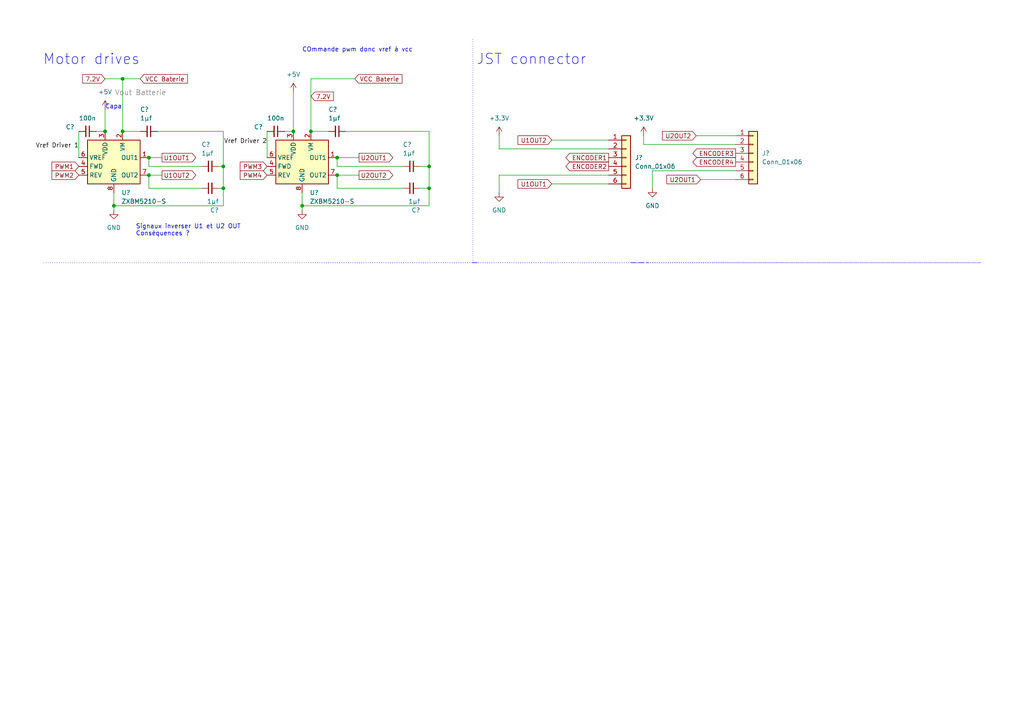
<source format=kicad_sch>
(kicad_sch (version 20230121) (generator eeschema)
  (paper "A4")
  (lib_symbols
    (symbol "Connector_Generic:Conn_01x06" (pin_names (offset 1.016) hide)
      (property "Reference" "J" (at 0 7.62 0))
      (property "Value" "Conn_01x06" (at 0 -10.16 0))
      (symbol "Conn_01x06_1_1"
        (rectangle (start -1.27 -7.493) (end 0 -7.747) (stroke (width 0.1524)))
        (rectangle (start -1.27 -4.953) (end 0 -5.207) (stroke (width 0.1524)))
        (rectangle (start -1.27 -2.413) (end 0 -2.667) (stroke (width 0.1524)))
        (rectangle (start -1.27 0.127) (end 0 -0.127) (stroke (width 0.1524)))
        (rectangle (start -1.27 2.667) (end 0 2.413) (stroke (width 0.1524)))
        (rectangle (start -1.27 5.207) (end 0 4.953) (stroke (width 0.1524)))
        (rectangle (start -1.27 6.35) (end 1.27 -8.89) (stroke (width 0.254)) (fill (type background)))
        (pin passive line (at -5.08 5.08 0) (length 3.81) (name "Pin_1") (number "1"))
        (pin passive line (at -5.08 2.54 0) (length 3.81) (name "Pin_2") (number "2"))
        (pin passive line (at -5.08 0 0) (length 3.81) (name "Pin_3") (number "3"))
        (pin passive line (at -5.08 -2.54 0) (length 3.81) (name "Pin_4") (number "4"))
        (pin passive line (at -5.08 -5.08 0) (length 3.81) (name "Pin_5") (number "5"))
        (pin passive line (at -5.08 -7.62 0) (length 3.81) (name "Pin_6") (number "6"))
      )
    )
    (symbol "Device:C_Small" (pin_numbers hide) (pin_names (offset 0.254) hide)
      (property "Reference" "C" (at 0.254 1.778 0))
      (property "Value" "C_Small" (at 0.254 -2.032 0))
      (symbol "C_Small_0_1"
        (polyline (pts (xy -1.524 -0.508) (xy 1.524 -0.508)) (stroke (width 0.3302)))
        (polyline (pts (xy -1.524 0.508) (xy 1.524 0.508)) (stroke (width 0.3048)))
      )
      (symbol "C_Small_1_1"
        (pin passive line (at 0 2.54 270) (length 2.032) (name "~") (number "1"))
        (pin passive line (at 0 -2.54 90) (length 2.032) (name "~") (number "2"))
      )
    )
    (symbol "Driver_Motor:ZXBM5210-S"
      (property "Reference" "U" (at -7.62 8.89 0))
      (property "Value" "ZXBM5210-S" (at 10.16 8.89 0))
      (symbol "ZXBM5210-S_0_0"
        (pin output line (at 10.16 2.54 180) (length 2.54) (name "OUT1") (number "1"))
        (pin power_in line (at 2.54 10.16 270) (length 2.54) (name "VM") (number "2"))
        (pin power_in line (at -2.54 10.16 270) (length 2.54) (name "VDD") (number "3"))
        (pin input line (at -10.16 0 0) (length 2.54) (name "FWD") (number "4"))
        (pin input line (at -10.16 -2.54 0) (length 2.54) (name "REV") (number "5"))
        (pin input line (at -10.16 2.54 0) (length 2.54) (name "VREF") (number "6"))
        (pin output line (at 10.16 -2.54 180) (length 2.54) (name "OUT2") (number "7"))
        (pin power_in line (at 0 -7.62 90) (length 2.54) (name "GND") (number "8"))
      )
      (symbol "ZXBM5210-S_0_1"
        (rectangle (start -7.62 7.62) (end 7.62 -5.08) (stroke (width 0.254)) (fill (type background)))
      )
    )
    (symbol "power:+3.3V" (power) (pin_names (offset 0))
      (property "Value" "+3.3V" (at 0 3.556 0))
      (symbol "+3.3V_0_1"
        (polyline (pts (xy -0.762 1.27) (xy 0 2.54)))
        (polyline (pts (xy 0 0) (xy 0 2.54)))
        (polyline (pts (xy 0 2.54) (xy 0.762 1.27)))
      )
      (symbol "+3.3V_1_1"
        (pin power_in line (at 0 0 90) (length 0) hide (name "+3.3V") (number "1"))
      )
    )
    (symbol "power:+5V" (power) (pin_names (offset 0))
      (property "Value" "+5V" (at 0 3.556 0))
      (symbol "+5V_0_1"
        (polyline (pts (xy -0.762 1.27) (xy 0 2.54)))
        (polyline (pts (xy 0 0) (xy 0 2.54)))
        (polyline (pts (xy 0 2.54) (xy 0.762 1.27)))
      )
      (symbol "+5V_1_1"
        (pin power_in line (at 0 0 90) (length 0) hide (name "+5V") (number "1"))
      )
    )
    (symbol "power:GND" (power) (pin_names (offset 0))
      (property "Value" "GND" (at 0 -3.81 0))
      (symbol "GND_0_1"
        (polyline (pts (xy 0 0) (xy 0 -1.27) (xy 1.27 -1.27) (xy 0 -2.54) (xy -1.27 -1.27) (xy 0 -1.27)))
      )
      (symbol "GND_1_1"
        (pin power_in line (at 0 0 270) (length 0) hide (name "GND") (number "1"))
      )
    )
  )
  (junction (at 90.17 38.1))
  (junction (at 64.77 54.61))
  (junction (at 35.56 38.1))
  (junction (at 97.79 45.72))
  (junction (at 33.02 59.69))
  (junction (at 85.09 38.1))
  (junction (at 43.18 45.72))
  (junction (at 97.79 50.8))
  (junction (at 124.46 48.26))
  (junction (at 35.56 22.86))
  (junction (at 124.46 54.61))
  (junction (at 87.63 59.69))
  (junction (at 43.18 50.8))
  (junction (at 30.48 38.1))
  (junction (at 64.77 48.26))
  (wire (pts (xy 121.92 48.26) (xy 124.46 48.26)))
  (wire (pts (xy 64.77 48.26) (xy 64.77 54.61)))
  (wire (pts (xy 201.93 39.37) (xy 213.36 39.37)))
  (wire (pts (xy 186.69 41.91) (xy 213.36 41.91)))
  (wire (pts (xy 43.18 48.26) (xy 58.42 48.26)))
  (polyline (pts (xy 12.7 76.2) (xy 284.48 76.2)) (stroke (width 0) (type dot)))
  (wire (pts (xy 46.99 50.8) (xy 43.18 50.8)))
  (wire (pts (xy 160.02 40.64) (xy 176.53 40.64)))
  (wire (pts (xy 176.53 50.8) (xy 144.78 50.8)))
  (wire (pts (xy 160.02 53.34) (xy 176.53 53.34)))
  (wire (pts (xy 87.63 59.69) (xy 87.63 55.88)))
  (polyline (pts (xy 137.16 76.2) (xy 138.43 76.2)))
  (wire (pts (xy 64.77 54.61) (xy 64.77 59.69)))
  (wire (pts (xy 97.79 45.72) (xy 97.79 48.26)))
  (wire (pts (xy 189.23 49.53) (xy 213.36 49.53)))
  (polyline (pts (xy 212.09 76.2) (xy 284.48 76.2)) (stroke (width 0) (type dot)))
  (wire (pts (xy 203.2 52.07) (xy 213.36 52.07)))
  (wire (pts (xy 43.18 50.8) (xy 43.18 54.61)))
  (wire (pts (xy 85.09 26.67) (xy 85.09 38.1)))
  (wire (pts (xy 43.18 54.61) (xy 58.42 54.61)))
  (wire (pts (xy 22.86 45.72) (xy 22.86 38.1)))
  (wire (pts (xy 104.14 50.8) (xy 97.79 50.8)))
  (wire (pts (xy 35.56 22.86) (xy 30.48 22.86)))
  (wire (pts (xy 144.78 50.8) (xy 144.78 55.88)))
  (wire (pts (xy 104.14 45.72) (xy 97.79 45.72)))
  (wire (pts (xy 121.92 54.61) (xy 124.46 54.61)))
  (wire (pts (xy 30.48 31.75) (xy 30.48 38.1)))
  (polyline (pts (xy 187.96 76.2) (xy 207.01 76.2)) (stroke (width 0) (type dot)))
  (wire (pts (xy 45.72 38.1) (xy 64.77 38.1)))
  (wire (pts (xy 186.69 39.37) (xy 186.69 41.91)))
  (wire (pts (xy 63.5 54.61) (xy 64.77 54.61)))
  (wire (pts (xy 124.46 48.26) (xy 124.46 54.61)))
  (wire (pts (xy 87.63 60.96) (xy 87.63 59.69)))
  (wire (pts (xy 90.17 22.86) (xy 90.17 38.1)))
  (wire (pts (xy 97.79 50.8) (xy 97.79 54.61)))
  (wire (pts (xy 43.18 45.72) (xy 43.18 48.26)))
  (polyline (pts (xy 182.88 76.2) (xy 187.96 76.2)) (stroke (width 0) (type dash)))
  (wire (pts (xy 64.77 59.69) (xy 33.02 59.69)))
  (wire (pts (xy 64.77 38.1) (xy 64.77 48.26)))
  (wire (pts (xy 90.17 38.1) (xy 95.25 38.1)))
  (polyline (pts (xy 90.17 76.2) (xy 284.48 76.2)) (stroke (width 0) (type dot)))
  (wire (pts (xy 33.02 60.96) (xy 33.02 59.69)))
  (wire (pts (xy 35.56 22.86) (xy 35.56 38.1)))
  (wire (pts (xy 46.99 45.72) (xy 43.18 45.72)))
  (wire (pts (xy 40.64 22.86) (xy 35.56 22.86)))
  (wire (pts (xy 77.47 45.72) (xy 77.47 38.1)))
  (polyline (pts (xy 137.16 11.43) (xy 137.16 76.2)) (stroke (width 0) (type dot)))
  (wire (pts (xy 33.02 59.69) (xy 33.02 55.88)))
  (wire (pts (xy 82.55 38.1) (xy 85.09 38.1)))
  (wire (pts (xy 63.5 48.26) (xy 64.77 48.26)))
  (wire (pts (xy 124.46 59.69) (xy 87.63 59.69)))
  (wire (pts (xy 124.46 54.61) (xy 124.46 59.69)))
  (wire (pts (xy 144.78 43.18) (xy 144.78 39.37)))
  (wire (pts (xy 97.79 48.26) (xy 116.84 48.26)))
  (wire (pts (xy 189.23 49.53) (xy 189.23 54.61)))
  (wire (pts (xy 35.56 38.1) (xy 40.64 38.1)))
  (polyline (pts (xy 207.01 76.2) (xy 212.09 76.2)) (stroke (width 0) (type dot)))
  (wire (pts (xy 90.17 22.86) (xy 102.87 22.86)))
  (wire (pts (xy 100.33 38.1) (xy 124.46 38.1)))
  (wire (pts (xy 27.94 38.1) (xy 30.48 38.1)))
  (wire (pts (xy 97.79 54.61) (xy 116.84 54.61)))
  (wire (pts (xy 176.53 43.18) (xy 144.78 43.18)))
  (wire (pts (xy 124.46 38.1) (xy 124.46 48.26)))
  (text "JST connector" (at 170.18 19.05 0) (effects (font (size 3 3)) (justify right bottom)))
  (text "Capa\n" (at 30.48 31.75 0) (effects (font (size 1.27 1.27)) (justify left bottom)))
  (text "Vout Batterie" (at 48.26 27.94 0) (effects (font (size 1.5 1.5)) (justify right bottom)))
  (text "Signaux inverser U1 et U2 OUT \nConséquences ?" (at 39.37 68.58 0) (effects (font (size 1.27 1.27)) (justify left bottom)))
  (text "COmmande pwm donc vref à vcc\n" (at 87.63 15.24 0) (effects (font (size 1.27 1.27)) (justify left bottom)))
  (text "Motor drives" (at 40.64 19.05 0) (effects (font (size 3 3)) (justify right bottom)))
  (label "Vref Driver 2" (at 77.47 41.91 180))
  (label "Vref Driver 1" (at 22.86 43.18 180))
  (global_label "7.2V" (shape input) (at 30.48 22.86 180) (property "Intersheetrefs" "${INTERSHEET_REFS}" (effects hide)))
  (global_label "PWM2" (shape input) (at 22.86 50.8 180) (property "Intersheetrefs" "${INTERSHEET_REFS}" (effects hide)))
  (global_label "ENCODER3" (shape output) (at 213.36 44.45 180) (property "Intersheetrefs" "${INTERSHEET_REFS}" (effects hide)))
  (global_label "ENCODER2" (shape output) (at 176.53 48.26 180) (property "Intersheetrefs" "${INTERSHEET_REFS}" (effects hide)))
  (global_label "PWM4" (shape input) (at 77.47 50.8 180) (property "Intersheetrefs" "${INTERSHEET_REFS}" (effects hide)))
  (global_label "U1OUT2" (shape output) (at 46.99 50.8 0) (property "Intersheetrefs" "${INTERSHEET_REFS}" (effects hide)))
  (global_label "U1OUT1" (shape output) (at 46.99 45.72 0) (property "Intersheetrefs" "${INTERSHEET_REFS}" (effects hide)))
  (global_label "U2OUT1" (shape input) (at 203.2 52.07 180) (property "Intersheetrefs" "${INTERSHEET_REFS}" (effects hide)))
  (global_label "VCC Baterie" (shape input) (at 102.87 22.86 0) (property "Intersheetrefs" "${INTERSHEET_REFS}" (effects hide)))
  (global_label "PWM1" (shape input) (at 22.86 48.26 180) (property "Intersheetrefs" "${INTERSHEET_REFS}" (effects hide)))
  (global_label "U2OUT2" (shape output) (at 104.14 50.8 0) (property "Intersheetrefs" "${INTERSHEET_REFS}" (effects hide)))
  (global_label "7.2V" (shape input) (at 90.17 27.94 0) (property "Intersheetrefs" "${INTERSHEET_REFS}" (effects hide)))
  (global_label "ENCODER4" (shape output) (at 213.36 46.99 180) (property "Intersheetrefs" "${INTERSHEET_REFS}" (effects hide)))
  (global_label "U2OUT1" (shape output) (at 104.14 45.72 0) (property "Intersheetrefs" "${INTERSHEET_REFS}" (effects hide)))
  (global_label "ENCODER1" (shape output) (at 176.53 45.72 180) (property "Intersheetrefs" "${INTERSHEET_REFS}" (effects hide)))
  (global_label "PWM3" (shape input) (at 77.47 48.26 180) (property "Intersheetrefs" "${INTERSHEET_REFS}" (effects hide)))
  (global_label "U2OUT2" (shape input) (at 201.93 39.37 180) (property "Intersheetrefs" "${INTERSHEET_REFS}" (effects hide)))
  (global_label "VCC Baterie" (shape input) (at 40.64 22.86 0) (property "Intersheetrefs" "${INTERSHEET_REFS}" (effects hide)))
  (global_label "U1OUT1" (shape input) (at 160.02 53.34 180) (property "Intersheetrefs" "${INTERSHEET_REFS}" (effects hide)))
  (global_label "U1OUT2" (shape input) (at 160.02 40.64 180) (property "Intersheetrefs" "${INTERSHEET_REFS}" (effects hide)))
  (symbol (lib_id "Connector_Generic:Conn_01x06") (at 218.44 44.45 0) (unit 1)
    (property "Reference" "J?" (at 220.98 44.45 0) (effects (justify left)))
    (property "Value" "Conn_01x06" (at 220.98 46.99 0) (effects (justify left)))
    (property "Footprint" "Connector_JST:JST_XH_S6B-XH-A_1x06_P2.50mm_Horizontal" (effects hide))
    (instances (project "Alimentation" (path "" (reference "J?") (unit 1)) (path "" (reference "J11") (unit 1))) (project "moteur" (path "" (reference "J?") (unit 1))))
  )
  (symbol (lib_id "power:+5V") (at 30.48 31.75 0) (unit 1)
    (property "Reference" "#PWR027" (effects hide))
    (property "Value" "+5V" (at 30.48 26.67 0))
    (instances (project "Alimentation" (path "" (reference "#PWR027") (unit 1)) (path "" (reference "#PWR041") (unit 1))))
  )
  (symbol (lib_id "Device:C_Small") (at 119.38 54.61 90) (unit 1)
    (property "Reference" "C?" (at 121.92 60.9537 90) (effects (justify left)))
    (property "Value" "1µf" (at 121.92 58.4137 90) (effects (justify left)))
    (property "Footprint" "Capacitor_SMD:C_0603_1608Metric_Pad1.08x0.95mm_HandSolder" (effects hide))
    (instances (project "Alimentation" (path "" (reference "C?") (unit 1)) (path "" (reference "C25") (unit 1))) (project "moteur" (path "" (reference "C?") (unit 1))))
  )
  (symbol (lib_id "Device:C_Small") (at 97.79 38.1 270) (unit 1)
    (property "Reference" "C?" (at 95.25 31.7563 90) (effects (justify left)))
    (property "Value" "1µf" (at 95.25 34.2963 90) (effects (justify left)))
    (property "Footprint" "Capacitor_SMD:C_0603_1608Metric_Pad1.08x0.95mm_HandSolder" (effects hide))
    (instances (project "Alimentation" (path "" (reference "C?") (unit 1)) (path "" (reference "C23") (unit 1))) (project "moteur" (path "" (reference "C?") (unit 1))))
  )
  (symbol (lib_id "power:+3.3V") (at 186.69 39.37 0) (unit 1)
    (property "Reference" "#PWR06" (effects hide))
    (property "Value" "+3.3V" (at 186.69 34.29 0))
    (instances (project "Alimentation" (path "" (reference "#PWR06") (unit 1)) (path "" (reference "#PWR048") (unit 1))) (project "Microp_project_chat" (path "" (reference "#PWR?") (unit 1))))
  )
  (symbol (lib_id "Device:C_Small") (at 43.18 38.1 270) (unit 1)
    (property "Reference" "C?" (at 40.64 31.7563 90) (effects (justify left)))
    (property "Value" "1µf" (at 40.64 34.2963 90) (effects (justify left)))
    (property "Footprint" "Capacitor_SMD:C_0603_1608Metric_Pad1.08x0.95mm_HandSolder" (effects hide))
    (instances (project "Alimentation" (path "" (reference "C?") (unit 1)) (path "" (reference "C20") (unit 1))) (project "moteur" (path "" (reference "C?") (unit 1))))
  )
  (symbol (lib_id "power:GND") (at 144.78 55.88 0) (unit 1)
    (property "Reference" "#PWR047" (effects hide))
    (property "Value" "GND" (at 144.78 60.96 0))
    (instances (project "Alimentation" (path "" (reference "#PWR047") (unit 1))) (project "moteur" (path "" (reference "#PWR?") (unit 1))))
  )
  (symbol (lib_id "power:+3.3V") (at 144.78 39.37 0) (unit 1)
    (property "Reference" "#PWR06" (effects hide))
    (property "Value" "+3.3V" (at 144.78 34.29 0))
    (instances (project "Alimentation" (path "" (reference "#PWR06") (unit 1)) (path "" (reference "#PWR046") (unit 1))) (project "Microp_project_chat" (path "" (reference "#PWR?") (unit 1))))
  )
  (symbol (lib_id "Connector_Generic:Conn_01x06") (at 181.61 45.72 0) (unit 1)
    (property "Reference" "J?" (at 184.15 45.72 0) (effects (justify left)))
    (property "Value" "Conn_01x06" (at 184.15 48.26 0) (effects (justify left)))
    (property "Footprint" "Connector_JST:JST_XH_S6B-XH-A_1x06_P2.50mm_Horizontal" (effects hide))
    (instances (project "Alimentation" (path "" (reference "J?") (unit 1)) (path "" (reference "J10") (unit 1))) (project "moteur" (path "" (reference "J?") (unit 1))))
  )
  (symbol (lib_id "Device:C_Small") (at 119.38 48.26 270) (unit 1)
    (property "Reference" "C?" (at 116.84 41.9163 90) (effects (justify left)))
    (property "Value" "1µf" (at 116.84 44.4563 90) (effects (justify left)))
    (property "Footprint" "Capacitor_SMD:C_0603_1608Metric_Pad1.08x0.95mm_HandSolder" (effects hide))
    (instances (project "Alimentation" (path "" (reference "C?") (unit 1)) (path "" (reference "C24") (unit 1))) (project "moteur" (path "" (reference "C?") (unit 1))))
  )
  (symbol (lib_id "power:GND") (at 189.23 54.61 0) (unit 1)
    (property "Reference" "#PWR049" (effects hide))
    (property "Value" "GND" (at 189.23 59.69 0))
    (instances (project "Alimentation" (path "" (reference "#PWR049") (unit 1))) (project "moteur" (path "" (reference "#PWR?") (unit 1))))
  )
  (symbol (lib_id "Device:C_Small") (at 25.4 38.1 270) (unit 1)
    (property "Reference" "C?" (at 19.05 36.83 90) (effects (justify left)))
    (property "Value" "100n" (at 22.86 34.2963 90) (effects (justify left)))
    (property "Footprint" "Capacitor_SMD:C_0603_1608Metric_Pad1.08x0.95mm_HandSolder" (effects hide))
    (instances (project "Alimentation" (path "" (reference "C?") (unit 1)) (path "" (reference "C27") (unit 1))) (project "moteur" (path "" (reference "C?") (unit 1))))
  )
  (symbol (lib_id "Device:C_Small") (at 60.96 48.26 270) (unit 1)
    (property "Reference" "C?" (at 58.42 41.9163 90) (effects (justify left)))
    (property "Value" "1µf" (at 58.42 44.4563 90) (effects (justify left)))
    (property "Footprint" "Capacitor_SMD:C_0603_1608Metric_Pad1.08x0.95mm_HandSolder" (effects hide))
    (instances (project "Alimentation" (path "" (reference "C?") (unit 1)) (path "" (reference "C21") (unit 1))) (project "moteur" (path "" (reference "C?") (unit 1))))
  )
  (symbol (lib_id "power:GND") (at 33.02 60.96 0) (unit 1)
    (property "Reference" "#PWR044" (effects hide))
    (property "Value" "GND" (at 33.02 66.04 0))
    (instances (project "Alimentation" (path "" (reference "#PWR044") (unit 1))) (project "moteur" (path "" (reference "#PWR?") (unit 1))))
  )
  (symbol (lib_id "Driver_Motor:ZXBM5210-S") (at 33.02 48.26 0) (unit 1)
    (property "Reference" "U?" (at 35.2141 55.88 0) (effects (justify left)))
    (property "Value" "ZXBM5210-S" (at 35.2141 58.42 0) (effects (justify left)))
    (property "Footprint" "Package_SO:SOIC-8_3.9x4.9mm_P1.27mm" (effects hide))
    (property "Datasheet" "https://www.diodes.com/assets/Datasheets/ZXBM5210.pdf" (effects hide))
    (instances (project "Alimentation" (path "" (reference "U?") (unit 1)) (path "" (reference "U3") (unit 1))) (project "moteur" (path "" (reference "U?") (unit 1))))
  )
  (symbol (lib_id "Driver_Motor:ZXBM5210-S") (at 87.63 48.26 0) (unit 1)
    (property "Reference" "U?" (at 89.8241 55.88 0) (effects (justify left)))
    (property "Value" "ZXBM5210-S" (at 89.8241 58.42 0) (effects (justify left)))
    (property "Footprint" "Package_SO:SOIC-8_3.9x4.9mm_P1.27mm" (effects hide))
    (property "Datasheet" "https://www.diodes.com/assets/Datasheets/ZXBM5210.pdf" (effects hide))
    (instances (project "Alimentation" (path "" (reference "U?") (unit 1)) (path "" (reference "U4") (unit 1))) (project "moteur" (path "" (reference "U?") (unit 1))))
  )
  (symbol (lib_id "Device:C_Small") (at 60.96 54.61 90) (unit 1)
    (property "Reference" "C?" (at 63.5 60.9537 90) (effects (justify left)))
    (property "Value" "1µf" (at 63.5 58.4137 90) (effects (justify left)))
    (property "Footprint" "Capacitor_SMD:C_0603_1608Metric_Pad1.08x0.95mm_HandSolder" (effects hide))
    (instances (project "Alimentation" (path "" (reference "C?") (unit 1)) (path "" (reference "C22") (unit 1))) (project "moteur" (path "" (reference "C?") (unit 1))))
  )
  (symbol (lib_id "power:+5V") (at 85.09 26.67 0) (unit 1)
    (property "Reference" "#PWR027" (effects hide))
    (property "Value" "+5V" (at 85.09 21.59 0))
    (instances (project "Alimentation" (path "" (reference "#PWR027") (unit 1)) (path "" (reference "#PWR056") (unit 1))))
  )
  (symbol (lib_id "Device:C_Small") (at 80.01 38.1 270) (unit 1)
    (property "Reference" "C?" (at 73.66 36.83 90) (effects (justify left)))
    (property "Value" "100n" (at 77.47 34.2963 90) (effects (justify left)))
    (property "Footprint" "Capacitor_SMD:C_0603_1608Metric_Pad1.08x0.95mm_HandSolder" (effects hide))
    (instances (project "Alimentation" (path "" (reference "C?") (unit 1)) (path "" (reference "C28") (unit 1))) (project "moteur" (path "" (reference "C?") (unit 1))))
  )
  (symbol (lib_id "power:GND") (at 87.63 60.96 0) (unit 1)
    (property "Reference" "#PWR045" (effects hide))
    (property "Value" "GND" (at 87.63 66.04 0))
    (instances (project "Alimentation" (path "" (reference "#PWR045") (unit 1))) (project "moteur" (path "" (reference "#PWR?") (unit 1))))
  )
)
</source>
